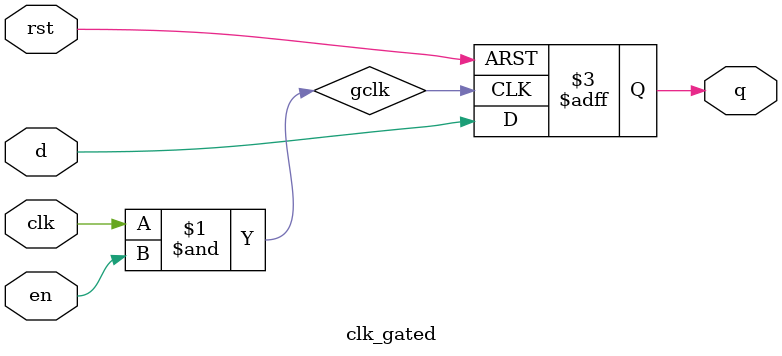
<source format=v>
module clk_gated (
    input wire clk,
    input wire en,
    input wire rst,
    input wire d,
    output reg q
);

    wire gclk;
    assign gclk = clk & en;

    always @(posedge gclk or posedge rst) begin
        if (rst)
            q <= 1'b0;
        else
            q <= d;
    end

endmodule

</source>
